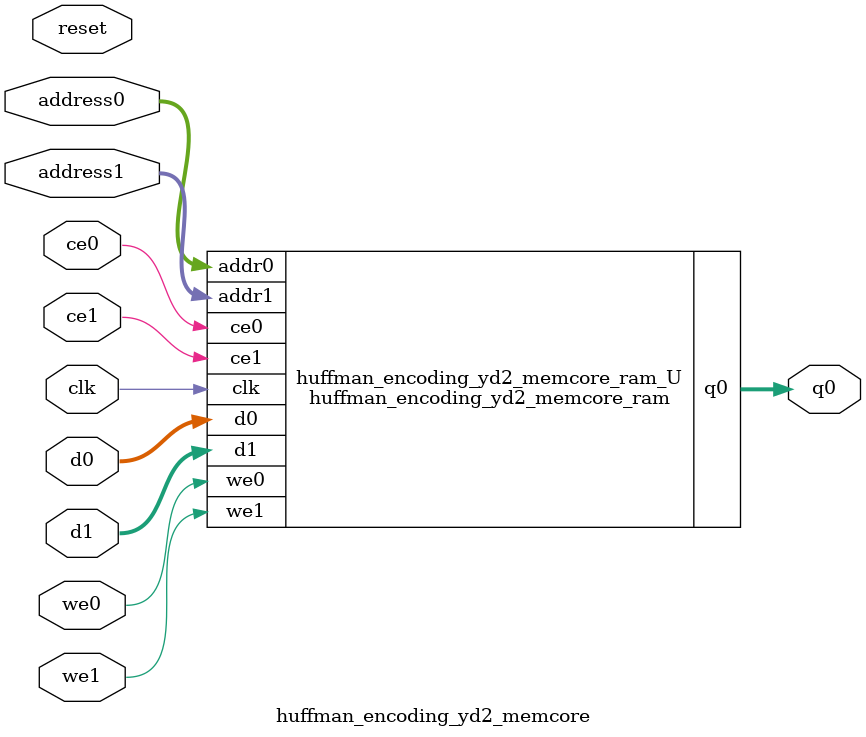
<source format=v>
`timescale 1 ns / 1 ps
module huffman_encoding_yd2_memcore_ram (addr0, ce0, d0, we0, q0, addr1, ce1, d1, we1,  clk);

parameter DWIDTH = 5;
parameter AWIDTH = 8;
parameter MEM_SIZE = 256;

input[AWIDTH-1:0] addr0;
input ce0;
input[DWIDTH-1:0] d0;
input we0;
output reg[DWIDTH-1:0] q0;
input[AWIDTH-1:0] addr1;
input ce1;
input[DWIDTH-1:0] d1;
input we1;
input clk;

(* ram_style = "block" *)reg [DWIDTH-1:0] ram[0:MEM_SIZE-1];




always @(posedge clk)  
begin 
    if (ce0) begin
        if (we0) 
            ram[addr0] <= d0; 
        q0 <= ram[addr0];
    end
end


always @(posedge clk)  
begin 
    if (ce1) begin
        if (we1) 
            ram[addr1] <= d1; 
    end
end


endmodule

`timescale 1 ns / 1 ps
module huffman_encoding_yd2_memcore(
    reset,
    clk,
    address0,
    ce0,
    we0,
    d0,
    q0,
    address1,
    ce1,
    we1,
    d1);

parameter DataWidth = 32'd5;
parameter AddressRange = 32'd256;
parameter AddressWidth = 32'd8;
input reset;
input clk;
input[AddressWidth - 1:0] address0;
input ce0;
input we0;
input[DataWidth - 1:0] d0;
output[DataWidth - 1:0] q0;
input[AddressWidth - 1:0] address1;
input ce1;
input we1;
input[DataWidth - 1:0] d1;



huffman_encoding_yd2_memcore_ram huffman_encoding_yd2_memcore_ram_U(
    .clk( clk ),
    .addr0( address0 ),
    .ce0( ce0 ),
    .we0( we0 ),
    .d0( d0 ),
    .q0( q0 ),
    .addr1( address1 ),
    .ce1( ce1 ),
    .we1( we1 ),
    .d1( d1 ));

endmodule


</source>
